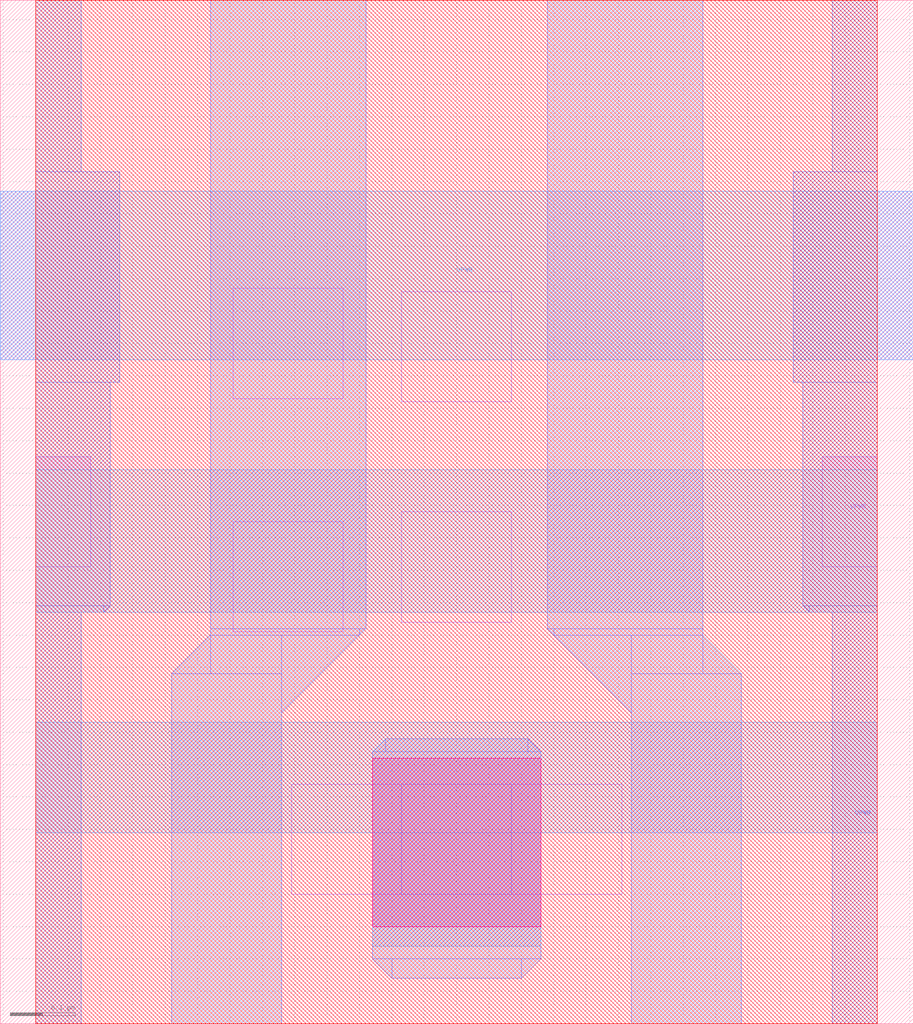
<source format=lef>
VERSION 5.7 ;
  NOWIREEXTENSIONATPIN ON ;
  DIVIDERCHAR "/" ;
  BUSBITCHARS "[]" ;
MACRO sky130_fd_bd_sram__sram_sp_wlstrapa
  CLASS BLOCK ;
  FOREIGN sky130_fd_bd_sram__sram_sp_wlstrapa ;
  ORIGIN 0.055 0.000 ;
  SIZE 1.410 BY 1.580 ;
  PIN VPWR
    USE POWER ;
    PORT
      LAYER li1 ;
        RECT 0.000 0.705 0.085 0.875 ;
        RECT 1.215 0.705 1.300 0.875 ;
      LAYER met1 ;
        RECT 0.000 1.315 0.070 1.580 ;
        RECT 1.230 1.315 1.300 1.580 ;
        RECT 0.000 1.285 0.130 1.315 ;
        RECT -0.055 1.025 0.130 1.285 ;
        RECT 0.000 0.990 0.130 1.025 ;
        RECT 1.170 1.285 1.300 1.315 ;
        RECT 1.170 1.025 1.355 1.285 ;
        RECT 1.170 0.990 1.300 1.025 ;
        RECT 0.000 0.645 0.115 0.990 ;
        RECT 0.000 0.635 0.105 0.645 ;
        POLYGON 0.105 0.645 0.115 0.645 0.105 0.635 ;
        RECT 1.185 0.645 1.300 0.990 ;
        POLYGON 1.185 0.645 1.195 0.645 1.195 0.635 ;
        RECT 1.195 0.635 1.300 0.645 ;
        RECT 0.000 0.000 0.070 0.635 ;
        RECT 1.230 0.000 1.300 0.635 ;
      LAYER met2 ;
        RECT -0.055 1.025 1.355 1.285 ;
    END
  END VPWR
  OBS
      LAYER nwell ;
        RECT 0.000 0.000 1.300 1.580 ;
      LAYER li1 ;
        RECT 0.305 0.965 0.475 1.135 ;
        RECT 0.565 0.960 0.735 1.130 ;
        RECT 0.305 0.605 0.475 0.775 ;
        RECT 0.565 0.620 0.735 0.790 ;
        RECT 0.395 0.200 0.905 0.370 ;
      LAYER mcon ;
        RECT 0.565 0.200 0.735 0.370 ;
      LAYER met1 ;
        RECT 0.270 0.610 0.510 1.580 ;
        RECT 0.270 0.600 0.500 0.610 ;
        POLYGON 0.500 0.610 0.510 0.610 0.500 0.600 ;
        RECT 0.790 0.610 1.030 1.580 ;
        POLYGON 0.790 0.610 0.800 0.610 0.800 0.600 ;
        RECT 0.800 0.600 1.030 0.610 ;
        POLYGON 0.270 0.600 0.270 0.540 0.210 0.540 ;
        RECT 0.270 0.540 0.380 0.600 ;
        RECT 0.210 0.000 0.380 0.540 ;
        POLYGON 0.380 0.600 0.500 0.600 0.380 0.480 ;
        POLYGON 0.800 0.600 0.920 0.600 0.920 0.480 ;
        RECT 0.920 0.540 1.030 0.600 ;
        POLYGON 1.030 0.600 1.090 0.540 1.030 0.540 ;
        POLYGON 0.540 0.440 0.540 0.420 0.520 0.420 ;
        RECT 0.540 0.420 0.760 0.440 ;
        POLYGON 0.760 0.440 0.780 0.420 0.760 0.420 ;
        RECT 0.520 0.100 0.780 0.420 ;
        POLYGON 0.520 0.100 0.550 0.100 0.550 0.070 ;
        RECT 0.550 0.070 0.750 0.100 ;
        POLYGON 0.750 0.100 0.780 0.100 0.750 0.070 ;
        RECT 0.920 0.000 1.090 0.540 ;
      LAYER via ;
        RECT 0.520 0.150 0.780 0.410 ;
      LAYER met2 ;
        RECT 0.000 0.635 1.300 0.855 ;
        RECT 0.000 0.295 1.300 0.465 ;
        RECT 0.520 0.120 0.780 0.295 ;
  END
END sky130_fd_bd_sram__sram_sp_wlstrapa
END LIBRARY


</source>
